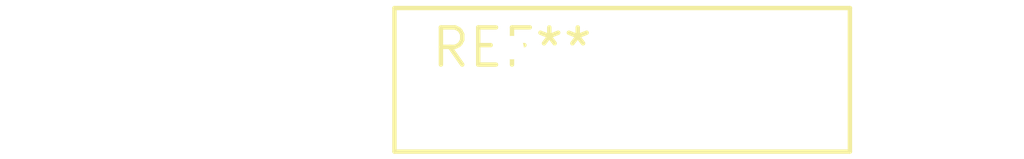
<source format=kicad_pcb>
(kicad_pcb (version 20240108) (generator pcbnew)
  (layers (0 "F.Cu" signal) (31 "B.Cu" signal) (34 "B.Paste" user) (35 "F.Paste" user) (36 "B.SilkS" user "B.Silkscreen") (37 "F.SilkS" user "F.Silkscreen") (38 "B.Mask" user) (39 "F.Mask" user) (44 "Edge.Cuts" user))
  (net 0 "")
  (footprint "RV_Disc_D15.5mm_W4.9mm_P7.5mm" (layer "F.Cu") (at 0 0)
    (property "Reference" "REF**")
    (property "Value" "RV_Disc_D15.5mm_W4.9mm_P7.5mm")
    (fp_line (start -4 -1.35) (end -4 3.55) (layer "F.SilkS") (stroke (width 0.15)))
    (fp_line (start -4 -1.35) (end 11.5 -1.35) (layer "F.SilkS") (stroke (width 0.15)))
    (fp_line (start -4 3.55) (end 11.5 3.55) (layer "F.SilkS") (stroke (width 0.15)))
    (fp_line (start 11.5 -1.35) (end 11.5 3.55) (layer "F.SilkS") (stroke (width 0.15)))
    (pad "1" thru_hole circle (at 0 0) (size 1.8 1.8) (drill 0.8) (layers *.Cu *.Mask) (remove_unused_layers))
    (pad "2" thru_hole circle (at 7.5 2.2) (size 1.8 1.8) (drill 0.8) (layers *.Cu *.Mask) (remove_unused_layers))
  )
)
</source>
